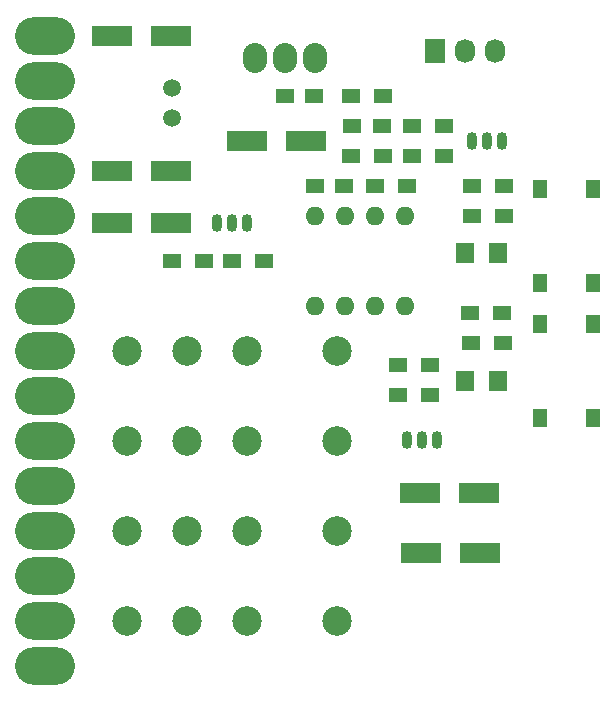
<source format=gts>
G04 #@! TF.FileFunction,Soldermask,Top*
%FSLAX46Y46*%
G04 Gerber Fmt 4.6, Leading zero omitted, Abs format (unit mm)*
G04 Created by KiCad (PCBNEW (2015-10-14 BZR 6269)-product) date Thursday, October 15, 2015 'PMt' 05:26:15 PM*
%MOMM*%
G01*
G04 APERTURE LIST*
%ADD10C,0.100000*%
%ADD11C,2.500000*%
%ADD12O,5.080000X3.175000*%
%ADD13R,1.500000X1.250000*%
%ADD14C,1.501140*%
%ADD15R,3.500120X1.800860*%
%ADD16R,1.597660X1.800860*%
%ADD17O,1.600000X1.600000*%
%ADD18R,1.727200X2.032000*%
%ADD19O,1.727200X2.032000*%
%ADD20O,0.899160X1.501140*%
%ADD21R,1.500000X1.300000*%
%ADD22R,1.300000X1.550000*%
%ADD23O,2.032000X2.540000*%
G04 APERTURE END LIST*
D10*
D11*
X107950000Y-85725000D03*
X113030000Y-85725000D03*
X118110000Y-85725000D03*
X125730000Y-85725000D03*
X125730000Y-78105000D03*
X118110000Y-78105000D03*
X113030000Y-78105000D03*
X107950000Y-78105000D03*
X107950000Y-100965000D03*
X113030000Y-100965000D03*
X118110000Y-100965000D03*
X125730000Y-100965000D03*
X125730000Y-93345000D03*
X118110000Y-93345000D03*
X113030000Y-93345000D03*
X107950000Y-93345000D03*
D12*
X100965000Y-51435000D03*
X100965000Y-55245000D03*
X100965000Y-59055000D03*
X100965000Y-62865000D03*
X100965000Y-66675000D03*
X100965000Y-70485000D03*
X100965000Y-74295000D03*
X100965000Y-78105000D03*
X100965000Y-81915000D03*
X100965000Y-85725000D03*
X100965000Y-89535000D03*
X100965000Y-93345000D03*
X100965000Y-97155000D03*
X100965000Y-100965000D03*
X100965000Y-104775000D03*
D13*
X129520000Y-59055000D03*
X127020000Y-59055000D03*
D14*
X111760000Y-58420000D03*
X111760000Y-55880000D03*
D13*
X123785000Y-56515000D03*
X121285000Y-56515000D03*
X126325000Y-64135000D03*
X123825000Y-64135000D03*
D15*
X132715000Y-90170000D03*
X137713720Y-90170000D03*
X132796280Y-95250000D03*
X137795000Y-95250000D03*
X118110000Y-60325000D03*
X123108720Y-60325000D03*
X111678720Y-51435000D03*
X106680000Y-51435000D03*
D16*
X139364720Y-69850000D03*
X136525000Y-69850000D03*
X139364720Y-80645000D03*
X136525000Y-80645000D03*
D15*
X106680000Y-62865000D03*
X111678720Y-62865000D03*
X106680000Y-67310000D03*
X111678720Y-67310000D03*
D17*
X123825000Y-74295000D03*
X126365000Y-74295000D03*
X128905000Y-74295000D03*
X131445000Y-74295000D03*
X131445000Y-66675000D03*
X128905000Y-66675000D03*
X126365000Y-66675000D03*
X123825000Y-66675000D03*
D18*
X133985000Y-52705000D03*
D19*
X136525000Y-52705000D03*
X139065000Y-52705000D03*
D20*
X132937555Y-85682351D03*
X134207555Y-85682351D03*
X131667555Y-85682351D03*
X138430000Y-60325000D03*
X139700000Y-60325000D03*
X137160000Y-60325000D03*
X116840000Y-67310000D03*
X118110000Y-67310000D03*
X115570000Y-67310000D03*
D21*
X133572555Y-81872351D03*
X130872555Y-81872351D03*
X129620000Y-61595000D03*
X126920000Y-61595000D03*
X130872555Y-79332351D03*
X133572555Y-79332351D03*
X134780000Y-61595000D03*
X132080000Y-61595000D03*
X132080000Y-59055000D03*
X134780000Y-59055000D03*
X126920000Y-56515000D03*
X129620000Y-56515000D03*
X137160000Y-64135000D03*
X139860000Y-64135000D03*
X137160000Y-66675000D03*
X139860000Y-66675000D03*
X137000000Y-74930000D03*
X139700000Y-74930000D03*
X137080000Y-77470000D03*
X139780000Y-77470000D03*
X131605000Y-64135000D03*
X128905000Y-64135000D03*
X114460000Y-70485000D03*
X111760000Y-70485000D03*
X119540000Y-70485000D03*
X116840000Y-70485000D03*
D22*
X147375000Y-72390000D03*
X142875000Y-72390000D03*
X142875000Y-64440000D03*
X147375000Y-64440000D03*
X147375000Y-83820000D03*
X142875000Y-83820000D03*
X142875000Y-75870000D03*
X147375000Y-75870000D03*
D23*
X121285000Y-53340000D03*
X123825000Y-53340000D03*
X118745000Y-53340000D03*
M02*

</source>
